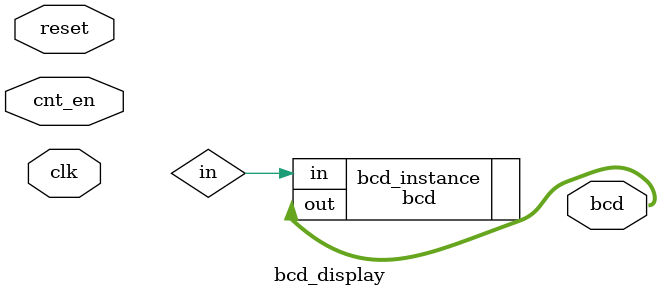
<source format=sv>
module bcd_display
(
    input clk,
    input reset,
    input cnt_en,
    output [6:0] bcd
);

logic [3:0] counter;

count_09 counter_instance
(
    .clk(clk),
    .reset(reset),
    .cnt_en(cnt_en),
    .counter(counter)
);

bcd bcd_instance
(
    .in(in),
    .out(bcd)
);

endmodule
</source>
